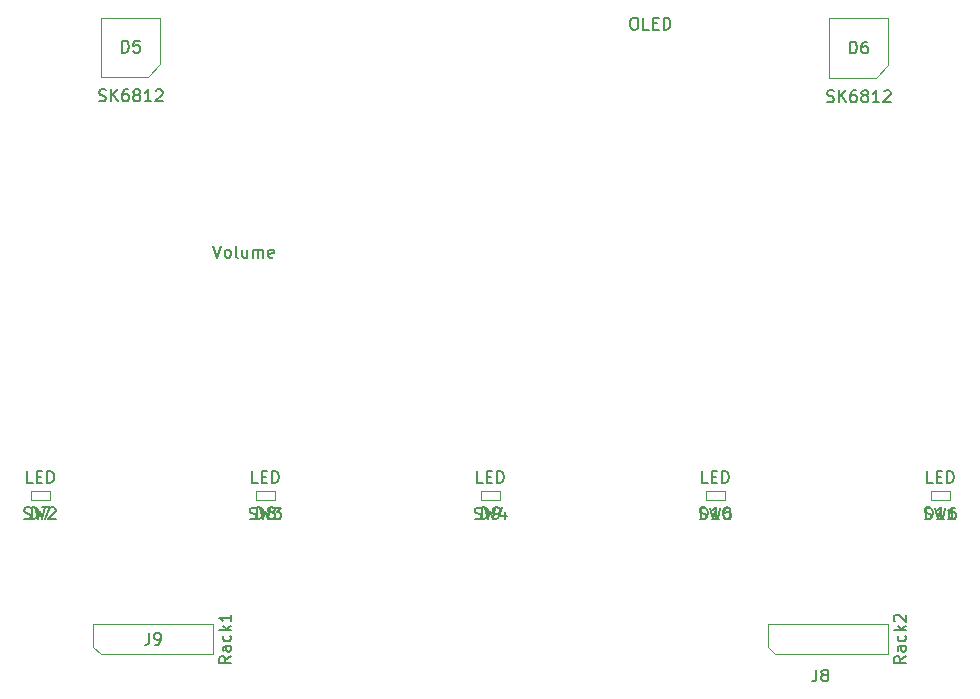
<source format=gbr>
G04 #@! TF.GenerationSoftware,KiCad,Pcbnew,(5.1.0)-1*
G04 #@! TF.CreationDate,2019-05-14T00:20:19-06:00*
G04 #@! TF.ProjectId,laser-theremin,6c617365-722d-4746-9865-72656d696e2e,rev?*
G04 #@! TF.SameCoordinates,Original*
G04 #@! TF.FileFunction,Other,Fab,Top*
%FSLAX46Y46*%
G04 Gerber Fmt 4.6, Leading zero omitted, Abs format (unit mm)*
G04 Created by KiCad (PCBNEW (5.1.0)-1) date 2019-05-14 00:20:19*
%MOMM*%
%LPD*%
G04 APERTURE LIST*
%ADD10C,0.100000*%
%ADD11C,0.150000*%
G04 APERTURE END LIST*
D10*
X118142400Y-73450000D02*
X114180000Y-73450000D01*
X114180000Y-73450000D02*
X114180000Y-68450000D01*
X119180000Y-68450000D02*
X119180000Y-72412400D01*
X114180000Y-68450000D02*
X119180000Y-68450000D01*
X119180000Y-72413040D02*
X118143040Y-73450000D01*
X180830000Y-72483040D02*
X179793040Y-73520000D01*
X175830000Y-68520000D02*
X180830000Y-68520000D01*
X180830000Y-68520000D02*
X180830000Y-72482400D01*
X175830000Y-73520000D02*
X175830000Y-68520000D01*
X179792400Y-73520000D02*
X175830000Y-73520000D01*
X109820000Y-108510000D02*
X109820000Y-109310000D01*
X108220000Y-108510000D02*
X109820000Y-108510000D01*
X108220000Y-109310000D02*
X108220000Y-108510000D01*
X109820000Y-109310000D02*
X108220000Y-109310000D01*
X128865000Y-109310000D02*
X127265000Y-109310000D01*
X127265000Y-109310000D02*
X127265000Y-108510000D01*
X127265000Y-108510000D02*
X128865000Y-108510000D01*
X128865000Y-108510000D02*
X128865000Y-109310000D01*
X147915000Y-108510000D02*
X147915000Y-109310000D01*
X146315000Y-108510000D02*
X147915000Y-108510000D01*
X146315000Y-109310000D02*
X146315000Y-108510000D01*
X147915000Y-109310000D02*
X146315000Y-109310000D01*
X166965000Y-109310000D02*
X165365000Y-109310000D01*
X165365000Y-109310000D02*
X165365000Y-108510000D01*
X165365000Y-108510000D02*
X166965000Y-108510000D01*
X166965000Y-108510000D02*
X166965000Y-109310000D01*
X186015000Y-109310000D02*
X184415000Y-109310000D01*
X184415000Y-109310000D02*
X184415000Y-108510000D01*
X184415000Y-108510000D02*
X186015000Y-108510000D01*
X186015000Y-108510000D02*
X186015000Y-109310000D01*
X170610000Y-121705000D02*
X170610000Y-119800000D01*
X170610000Y-119800000D02*
X180770000Y-119800000D01*
X180770000Y-119800000D02*
X180770000Y-122340000D01*
X180770000Y-122340000D02*
X171245000Y-122340000D01*
X171245000Y-122340000D02*
X170610000Y-121705000D01*
X114125000Y-122340000D02*
X113490000Y-121705000D01*
X123650000Y-122340000D02*
X114125000Y-122340000D01*
X123650000Y-119800000D02*
X123650000Y-122340000D01*
X113490000Y-119800000D02*
X123650000Y-119800000D01*
X113490000Y-121705000D02*
X113490000Y-119800000D01*
D11*
X107656666Y-110869761D02*
X107799523Y-110917380D01*
X108037619Y-110917380D01*
X108132857Y-110869761D01*
X108180476Y-110822142D01*
X108228095Y-110726904D01*
X108228095Y-110631666D01*
X108180476Y-110536428D01*
X108132857Y-110488809D01*
X108037619Y-110441190D01*
X107847142Y-110393571D01*
X107751904Y-110345952D01*
X107704285Y-110298333D01*
X107656666Y-110203095D01*
X107656666Y-110107857D01*
X107704285Y-110012619D01*
X107751904Y-109965000D01*
X107847142Y-109917380D01*
X108085238Y-109917380D01*
X108228095Y-109965000D01*
X108561428Y-109917380D02*
X108799523Y-110917380D01*
X108990000Y-110203095D01*
X109180476Y-110917380D01*
X109418571Y-109917380D01*
X109751904Y-110012619D02*
X109799523Y-109965000D01*
X109894761Y-109917380D01*
X110132857Y-109917380D01*
X110228095Y-109965000D01*
X110275714Y-110012619D01*
X110323333Y-110107857D01*
X110323333Y-110203095D01*
X110275714Y-110345952D01*
X109704285Y-110917380D01*
X110323333Y-110917380D01*
X126731666Y-110889761D02*
X126874523Y-110937380D01*
X127112619Y-110937380D01*
X127207857Y-110889761D01*
X127255476Y-110842142D01*
X127303095Y-110746904D01*
X127303095Y-110651666D01*
X127255476Y-110556428D01*
X127207857Y-110508809D01*
X127112619Y-110461190D01*
X126922142Y-110413571D01*
X126826904Y-110365952D01*
X126779285Y-110318333D01*
X126731666Y-110223095D01*
X126731666Y-110127857D01*
X126779285Y-110032619D01*
X126826904Y-109985000D01*
X126922142Y-109937380D01*
X127160238Y-109937380D01*
X127303095Y-109985000D01*
X127636428Y-109937380D02*
X127874523Y-110937380D01*
X128065000Y-110223095D01*
X128255476Y-110937380D01*
X128493571Y-109937380D01*
X128779285Y-109937380D02*
X129398333Y-109937380D01*
X129065000Y-110318333D01*
X129207857Y-110318333D01*
X129303095Y-110365952D01*
X129350714Y-110413571D01*
X129398333Y-110508809D01*
X129398333Y-110746904D01*
X129350714Y-110842142D01*
X129303095Y-110889761D01*
X129207857Y-110937380D01*
X128922142Y-110937380D01*
X128826904Y-110889761D01*
X128779285Y-110842142D01*
X145781666Y-110889761D02*
X145924523Y-110937380D01*
X146162619Y-110937380D01*
X146257857Y-110889761D01*
X146305476Y-110842142D01*
X146353095Y-110746904D01*
X146353095Y-110651666D01*
X146305476Y-110556428D01*
X146257857Y-110508809D01*
X146162619Y-110461190D01*
X145972142Y-110413571D01*
X145876904Y-110365952D01*
X145829285Y-110318333D01*
X145781666Y-110223095D01*
X145781666Y-110127857D01*
X145829285Y-110032619D01*
X145876904Y-109985000D01*
X145972142Y-109937380D01*
X146210238Y-109937380D01*
X146353095Y-109985000D01*
X146686428Y-109937380D02*
X146924523Y-110937380D01*
X147115000Y-110223095D01*
X147305476Y-110937380D01*
X147543571Y-109937380D01*
X148353095Y-110270714D02*
X148353095Y-110937380D01*
X148115000Y-109889761D02*
X147876904Y-110604047D01*
X148495952Y-110604047D01*
X164831666Y-110889761D02*
X164974523Y-110937380D01*
X165212619Y-110937380D01*
X165307857Y-110889761D01*
X165355476Y-110842142D01*
X165403095Y-110746904D01*
X165403095Y-110651666D01*
X165355476Y-110556428D01*
X165307857Y-110508809D01*
X165212619Y-110461190D01*
X165022142Y-110413571D01*
X164926904Y-110365952D01*
X164879285Y-110318333D01*
X164831666Y-110223095D01*
X164831666Y-110127857D01*
X164879285Y-110032619D01*
X164926904Y-109985000D01*
X165022142Y-109937380D01*
X165260238Y-109937380D01*
X165403095Y-109985000D01*
X165736428Y-109937380D02*
X165974523Y-110937380D01*
X166165000Y-110223095D01*
X166355476Y-110937380D01*
X166593571Y-109937380D01*
X167450714Y-109937380D02*
X166974523Y-109937380D01*
X166926904Y-110413571D01*
X166974523Y-110365952D01*
X167069761Y-110318333D01*
X167307857Y-110318333D01*
X167403095Y-110365952D01*
X167450714Y-110413571D01*
X167498333Y-110508809D01*
X167498333Y-110746904D01*
X167450714Y-110842142D01*
X167403095Y-110889761D01*
X167307857Y-110937380D01*
X167069761Y-110937380D01*
X166974523Y-110889761D01*
X166926904Y-110842142D01*
X183881666Y-110889761D02*
X184024523Y-110937380D01*
X184262619Y-110937380D01*
X184357857Y-110889761D01*
X184405476Y-110842142D01*
X184453095Y-110746904D01*
X184453095Y-110651666D01*
X184405476Y-110556428D01*
X184357857Y-110508809D01*
X184262619Y-110461190D01*
X184072142Y-110413571D01*
X183976904Y-110365952D01*
X183929285Y-110318333D01*
X183881666Y-110223095D01*
X183881666Y-110127857D01*
X183929285Y-110032619D01*
X183976904Y-109985000D01*
X184072142Y-109937380D01*
X184310238Y-109937380D01*
X184453095Y-109985000D01*
X184786428Y-109937380D02*
X185024523Y-110937380D01*
X185215000Y-110223095D01*
X185405476Y-110937380D01*
X185643571Y-109937380D01*
X186453095Y-109937380D02*
X186262619Y-109937380D01*
X186167380Y-109985000D01*
X186119761Y-110032619D01*
X186024523Y-110175476D01*
X185976904Y-110365952D01*
X185976904Y-110746904D01*
X186024523Y-110842142D01*
X186072142Y-110889761D01*
X186167380Y-110937380D01*
X186357857Y-110937380D01*
X186453095Y-110889761D01*
X186500714Y-110842142D01*
X186548333Y-110746904D01*
X186548333Y-110508809D01*
X186500714Y-110413571D01*
X186453095Y-110365952D01*
X186357857Y-110318333D01*
X186167380Y-110318333D01*
X186072142Y-110365952D01*
X186024523Y-110413571D01*
X185976904Y-110508809D01*
X123674761Y-87762380D02*
X124008095Y-88762380D01*
X124341428Y-87762380D01*
X124817619Y-88762380D02*
X124722380Y-88714761D01*
X124674761Y-88667142D01*
X124627142Y-88571904D01*
X124627142Y-88286190D01*
X124674761Y-88190952D01*
X124722380Y-88143333D01*
X124817619Y-88095714D01*
X124960476Y-88095714D01*
X125055714Y-88143333D01*
X125103333Y-88190952D01*
X125150952Y-88286190D01*
X125150952Y-88571904D01*
X125103333Y-88667142D01*
X125055714Y-88714761D01*
X124960476Y-88762380D01*
X124817619Y-88762380D01*
X125722380Y-88762380D02*
X125627142Y-88714761D01*
X125579523Y-88619523D01*
X125579523Y-87762380D01*
X126531904Y-88095714D02*
X126531904Y-88762380D01*
X126103333Y-88095714D02*
X126103333Y-88619523D01*
X126150952Y-88714761D01*
X126246190Y-88762380D01*
X126389047Y-88762380D01*
X126484285Y-88714761D01*
X126531904Y-88667142D01*
X127008095Y-88762380D02*
X127008095Y-88095714D01*
X127008095Y-88190952D02*
X127055714Y-88143333D01*
X127150952Y-88095714D01*
X127293809Y-88095714D01*
X127389047Y-88143333D01*
X127436666Y-88238571D01*
X127436666Y-88762380D01*
X127436666Y-88238571D02*
X127484285Y-88143333D01*
X127579523Y-88095714D01*
X127722380Y-88095714D01*
X127817619Y-88143333D01*
X127865238Y-88238571D01*
X127865238Y-88762380D01*
X128722380Y-88714761D02*
X128627142Y-88762380D01*
X128436666Y-88762380D01*
X128341428Y-88714761D01*
X128293809Y-88619523D01*
X128293809Y-88238571D01*
X128341428Y-88143333D01*
X128436666Y-88095714D01*
X128627142Y-88095714D01*
X128722380Y-88143333D01*
X128770000Y-88238571D01*
X128770000Y-88333809D01*
X128293809Y-88429047D01*
X113989523Y-75479761D02*
X114132380Y-75527380D01*
X114370476Y-75527380D01*
X114465714Y-75479761D01*
X114513333Y-75432142D01*
X114560952Y-75336904D01*
X114560952Y-75241666D01*
X114513333Y-75146428D01*
X114465714Y-75098809D01*
X114370476Y-75051190D01*
X114180000Y-75003571D01*
X114084761Y-74955952D01*
X114037142Y-74908333D01*
X113989523Y-74813095D01*
X113989523Y-74717857D01*
X114037142Y-74622619D01*
X114084761Y-74575000D01*
X114180000Y-74527380D01*
X114418095Y-74527380D01*
X114560952Y-74575000D01*
X114989523Y-75527380D02*
X114989523Y-74527380D01*
X115560952Y-75527380D02*
X115132380Y-74955952D01*
X115560952Y-74527380D02*
X114989523Y-75098809D01*
X116418095Y-74527380D02*
X116227619Y-74527380D01*
X116132380Y-74575000D01*
X116084761Y-74622619D01*
X115989523Y-74765476D01*
X115941904Y-74955952D01*
X115941904Y-75336904D01*
X115989523Y-75432142D01*
X116037142Y-75479761D01*
X116132380Y-75527380D01*
X116322857Y-75527380D01*
X116418095Y-75479761D01*
X116465714Y-75432142D01*
X116513333Y-75336904D01*
X116513333Y-75098809D01*
X116465714Y-75003571D01*
X116418095Y-74955952D01*
X116322857Y-74908333D01*
X116132380Y-74908333D01*
X116037142Y-74955952D01*
X115989523Y-75003571D01*
X115941904Y-75098809D01*
X117084761Y-74955952D02*
X116989523Y-74908333D01*
X116941904Y-74860714D01*
X116894285Y-74765476D01*
X116894285Y-74717857D01*
X116941904Y-74622619D01*
X116989523Y-74575000D01*
X117084761Y-74527380D01*
X117275238Y-74527380D01*
X117370476Y-74575000D01*
X117418095Y-74622619D01*
X117465714Y-74717857D01*
X117465714Y-74765476D01*
X117418095Y-74860714D01*
X117370476Y-74908333D01*
X117275238Y-74955952D01*
X117084761Y-74955952D01*
X116989523Y-75003571D01*
X116941904Y-75051190D01*
X116894285Y-75146428D01*
X116894285Y-75336904D01*
X116941904Y-75432142D01*
X116989523Y-75479761D01*
X117084761Y-75527380D01*
X117275238Y-75527380D01*
X117370476Y-75479761D01*
X117418095Y-75432142D01*
X117465714Y-75336904D01*
X117465714Y-75146428D01*
X117418095Y-75051190D01*
X117370476Y-75003571D01*
X117275238Y-74955952D01*
X118418095Y-75527380D02*
X117846666Y-75527380D01*
X118132380Y-75527380D02*
X118132380Y-74527380D01*
X118037142Y-74670238D01*
X117941904Y-74765476D01*
X117846666Y-74813095D01*
X118799047Y-74622619D02*
X118846666Y-74575000D01*
X118941904Y-74527380D01*
X119180000Y-74527380D01*
X119275238Y-74575000D01*
X119322857Y-74622619D01*
X119370476Y-74717857D01*
X119370476Y-74813095D01*
X119322857Y-74955952D01*
X118751428Y-75527380D01*
X119370476Y-75527380D01*
X115941904Y-71402380D02*
X115941904Y-70402380D01*
X116180000Y-70402380D01*
X116322857Y-70450000D01*
X116418095Y-70545238D01*
X116465714Y-70640476D01*
X116513333Y-70830952D01*
X116513333Y-70973809D01*
X116465714Y-71164285D01*
X116418095Y-71259523D01*
X116322857Y-71354761D01*
X116180000Y-71402380D01*
X115941904Y-71402380D01*
X117418095Y-70402380D02*
X116941904Y-70402380D01*
X116894285Y-70878571D01*
X116941904Y-70830952D01*
X117037142Y-70783333D01*
X117275238Y-70783333D01*
X117370476Y-70830952D01*
X117418095Y-70878571D01*
X117465714Y-70973809D01*
X117465714Y-71211904D01*
X117418095Y-71307142D01*
X117370476Y-71354761D01*
X117275238Y-71402380D01*
X117037142Y-71402380D01*
X116941904Y-71354761D01*
X116894285Y-71307142D01*
X175639523Y-75549761D02*
X175782380Y-75597380D01*
X176020476Y-75597380D01*
X176115714Y-75549761D01*
X176163333Y-75502142D01*
X176210952Y-75406904D01*
X176210952Y-75311666D01*
X176163333Y-75216428D01*
X176115714Y-75168809D01*
X176020476Y-75121190D01*
X175830000Y-75073571D01*
X175734761Y-75025952D01*
X175687142Y-74978333D01*
X175639523Y-74883095D01*
X175639523Y-74787857D01*
X175687142Y-74692619D01*
X175734761Y-74645000D01*
X175830000Y-74597380D01*
X176068095Y-74597380D01*
X176210952Y-74645000D01*
X176639523Y-75597380D02*
X176639523Y-74597380D01*
X177210952Y-75597380D02*
X176782380Y-75025952D01*
X177210952Y-74597380D02*
X176639523Y-75168809D01*
X178068095Y-74597380D02*
X177877619Y-74597380D01*
X177782380Y-74645000D01*
X177734761Y-74692619D01*
X177639523Y-74835476D01*
X177591904Y-75025952D01*
X177591904Y-75406904D01*
X177639523Y-75502142D01*
X177687142Y-75549761D01*
X177782380Y-75597380D01*
X177972857Y-75597380D01*
X178068095Y-75549761D01*
X178115714Y-75502142D01*
X178163333Y-75406904D01*
X178163333Y-75168809D01*
X178115714Y-75073571D01*
X178068095Y-75025952D01*
X177972857Y-74978333D01*
X177782380Y-74978333D01*
X177687142Y-75025952D01*
X177639523Y-75073571D01*
X177591904Y-75168809D01*
X178734761Y-75025952D02*
X178639523Y-74978333D01*
X178591904Y-74930714D01*
X178544285Y-74835476D01*
X178544285Y-74787857D01*
X178591904Y-74692619D01*
X178639523Y-74645000D01*
X178734761Y-74597380D01*
X178925238Y-74597380D01*
X179020476Y-74645000D01*
X179068095Y-74692619D01*
X179115714Y-74787857D01*
X179115714Y-74835476D01*
X179068095Y-74930714D01*
X179020476Y-74978333D01*
X178925238Y-75025952D01*
X178734761Y-75025952D01*
X178639523Y-75073571D01*
X178591904Y-75121190D01*
X178544285Y-75216428D01*
X178544285Y-75406904D01*
X178591904Y-75502142D01*
X178639523Y-75549761D01*
X178734761Y-75597380D01*
X178925238Y-75597380D01*
X179020476Y-75549761D01*
X179068095Y-75502142D01*
X179115714Y-75406904D01*
X179115714Y-75216428D01*
X179068095Y-75121190D01*
X179020476Y-75073571D01*
X178925238Y-75025952D01*
X180068095Y-75597380D02*
X179496666Y-75597380D01*
X179782380Y-75597380D02*
X179782380Y-74597380D01*
X179687142Y-74740238D01*
X179591904Y-74835476D01*
X179496666Y-74883095D01*
X180449047Y-74692619D02*
X180496666Y-74645000D01*
X180591904Y-74597380D01*
X180830000Y-74597380D01*
X180925238Y-74645000D01*
X180972857Y-74692619D01*
X181020476Y-74787857D01*
X181020476Y-74883095D01*
X180972857Y-75025952D01*
X180401428Y-75597380D01*
X181020476Y-75597380D01*
X177591904Y-71472380D02*
X177591904Y-70472380D01*
X177830000Y-70472380D01*
X177972857Y-70520000D01*
X178068095Y-70615238D01*
X178115714Y-70710476D01*
X178163333Y-70900952D01*
X178163333Y-71043809D01*
X178115714Y-71234285D01*
X178068095Y-71329523D01*
X177972857Y-71424761D01*
X177830000Y-71472380D01*
X177591904Y-71472380D01*
X179020476Y-70472380D02*
X178830000Y-70472380D01*
X178734761Y-70520000D01*
X178687142Y-70567619D01*
X178591904Y-70710476D01*
X178544285Y-70900952D01*
X178544285Y-71281904D01*
X178591904Y-71377142D01*
X178639523Y-71424761D01*
X178734761Y-71472380D01*
X178925238Y-71472380D01*
X179020476Y-71424761D01*
X179068095Y-71377142D01*
X179115714Y-71281904D01*
X179115714Y-71043809D01*
X179068095Y-70948571D01*
X179020476Y-70900952D01*
X178925238Y-70853333D01*
X178734761Y-70853333D01*
X178639523Y-70900952D01*
X178591904Y-70948571D01*
X178544285Y-71043809D01*
X108377142Y-107838380D02*
X107900952Y-107838380D01*
X107900952Y-106838380D01*
X108710476Y-107314571D02*
X109043809Y-107314571D01*
X109186666Y-107838380D02*
X108710476Y-107838380D01*
X108710476Y-106838380D01*
X109186666Y-106838380D01*
X109615238Y-107838380D02*
X109615238Y-106838380D01*
X109853333Y-106838380D01*
X109996190Y-106886000D01*
X110091428Y-106981238D01*
X110139047Y-107076476D01*
X110186666Y-107266952D01*
X110186666Y-107409809D01*
X110139047Y-107600285D01*
X110091428Y-107695523D01*
X109996190Y-107790761D01*
X109853333Y-107838380D01*
X109615238Y-107838380D01*
X108281904Y-110887380D02*
X108281904Y-109887380D01*
X108520000Y-109887380D01*
X108662857Y-109935000D01*
X108758095Y-110030238D01*
X108805714Y-110125476D01*
X108853333Y-110315952D01*
X108853333Y-110458809D01*
X108805714Y-110649285D01*
X108758095Y-110744523D01*
X108662857Y-110839761D01*
X108520000Y-110887380D01*
X108281904Y-110887380D01*
X109186666Y-109887380D02*
X109853333Y-109887380D01*
X109424761Y-110887380D01*
X127422142Y-107838380D02*
X126945952Y-107838380D01*
X126945952Y-106838380D01*
X127755476Y-107314571D02*
X128088809Y-107314571D01*
X128231666Y-107838380D02*
X127755476Y-107838380D01*
X127755476Y-106838380D01*
X128231666Y-106838380D01*
X128660238Y-107838380D02*
X128660238Y-106838380D01*
X128898333Y-106838380D01*
X129041190Y-106886000D01*
X129136428Y-106981238D01*
X129184047Y-107076476D01*
X129231666Y-107266952D01*
X129231666Y-107409809D01*
X129184047Y-107600285D01*
X129136428Y-107695523D01*
X129041190Y-107790761D01*
X128898333Y-107838380D01*
X128660238Y-107838380D01*
X127326904Y-110887380D02*
X127326904Y-109887380D01*
X127565000Y-109887380D01*
X127707857Y-109935000D01*
X127803095Y-110030238D01*
X127850714Y-110125476D01*
X127898333Y-110315952D01*
X127898333Y-110458809D01*
X127850714Y-110649285D01*
X127803095Y-110744523D01*
X127707857Y-110839761D01*
X127565000Y-110887380D01*
X127326904Y-110887380D01*
X128469761Y-110315952D02*
X128374523Y-110268333D01*
X128326904Y-110220714D01*
X128279285Y-110125476D01*
X128279285Y-110077857D01*
X128326904Y-109982619D01*
X128374523Y-109935000D01*
X128469761Y-109887380D01*
X128660238Y-109887380D01*
X128755476Y-109935000D01*
X128803095Y-109982619D01*
X128850714Y-110077857D01*
X128850714Y-110125476D01*
X128803095Y-110220714D01*
X128755476Y-110268333D01*
X128660238Y-110315952D01*
X128469761Y-110315952D01*
X128374523Y-110363571D01*
X128326904Y-110411190D01*
X128279285Y-110506428D01*
X128279285Y-110696904D01*
X128326904Y-110792142D01*
X128374523Y-110839761D01*
X128469761Y-110887380D01*
X128660238Y-110887380D01*
X128755476Y-110839761D01*
X128803095Y-110792142D01*
X128850714Y-110696904D01*
X128850714Y-110506428D01*
X128803095Y-110411190D01*
X128755476Y-110363571D01*
X128660238Y-110315952D01*
X146472142Y-107838380D02*
X145995952Y-107838380D01*
X145995952Y-106838380D01*
X146805476Y-107314571D02*
X147138809Y-107314571D01*
X147281666Y-107838380D02*
X146805476Y-107838380D01*
X146805476Y-106838380D01*
X147281666Y-106838380D01*
X147710238Y-107838380D02*
X147710238Y-106838380D01*
X147948333Y-106838380D01*
X148091190Y-106886000D01*
X148186428Y-106981238D01*
X148234047Y-107076476D01*
X148281666Y-107266952D01*
X148281666Y-107409809D01*
X148234047Y-107600285D01*
X148186428Y-107695523D01*
X148091190Y-107790761D01*
X147948333Y-107838380D01*
X147710238Y-107838380D01*
X146376904Y-110887380D02*
X146376904Y-109887380D01*
X146615000Y-109887380D01*
X146757857Y-109935000D01*
X146853095Y-110030238D01*
X146900714Y-110125476D01*
X146948333Y-110315952D01*
X146948333Y-110458809D01*
X146900714Y-110649285D01*
X146853095Y-110744523D01*
X146757857Y-110839761D01*
X146615000Y-110887380D01*
X146376904Y-110887380D01*
X147424523Y-110887380D02*
X147615000Y-110887380D01*
X147710238Y-110839761D01*
X147757857Y-110792142D01*
X147853095Y-110649285D01*
X147900714Y-110458809D01*
X147900714Y-110077857D01*
X147853095Y-109982619D01*
X147805476Y-109935000D01*
X147710238Y-109887380D01*
X147519761Y-109887380D01*
X147424523Y-109935000D01*
X147376904Y-109982619D01*
X147329285Y-110077857D01*
X147329285Y-110315952D01*
X147376904Y-110411190D01*
X147424523Y-110458809D01*
X147519761Y-110506428D01*
X147710238Y-110506428D01*
X147805476Y-110458809D01*
X147853095Y-110411190D01*
X147900714Y-110315952D01*
X165522142Y-107838380D02*
X165045952Y-107838380D01*
X165045952Y-106838380D01*
X165855476Y-107314571D02*
X166188809Y-107314571D01*
X166331666Y-107838380D02*
X165855476Y-107838380D01*
X165855476Y-106838380D01*
X166331666Y-106838380D01*
X166760238Y-107838380D02*
X166760238Y-106838380D01*
X166998333Y-106838380D01*
X167141190Y-106886000D01*
X167236428Y-106981238D01*
X167284047Y-107076476D01*
X167331666Y-107266952D01*
X167331666Y-107409809D01*
X167284047Y-107600285D01*
X167236428Y-107695523D01*
X167141190Y-107790761D01*
X166998333Y-107838380D01*
X166760238Y-107838380D01*
X164950714Y-110887380D02*
X164950714Y-109887380D01*
X165188809Y-109887380D01*
X165331666Y-109935000D01*
X165426904Y-110030238D01*
X165474523Y-110125476D01*
X165522142Y-110315952D01*
X165522142Y-110458809D01*
X165474523Y-110649285D01*
X165426904Y-110744523D01*
X165331666Y-110839761D01*
X165188809Y-110887380D01*
X164950714Y-110887380D01*
X166474523Y-110887380D02*
X165903095Y-110887380D01*
X166188809Y-110887380D02*
X166188809Y-109887380D01*
X166093571Y-110030238D01*
X165998333Y-110125476D01*
X165903095Y-110173095D01*
X167093571Y-109887380D02*
X167188809Y-109887380D01*
X167284047Y-109935000D01*
X167331666Y-109982619D01*
X167379285Y-110077857D01*
X167426904Y-110268333D01*
X167426904Y-110506428D01*
X167379285Y-110696904D01*
X167331666Y-110792142D01*
X167284047Y-110839761D01*
X167188809Y-110887380D01*
X167093571Y-110887380D01*
X166998333Y-110839761D01*
X166950714Y-110792142D01*
X166903095Y-110696904D01*
X166855476Y-110506428D01*
X166855476Y-110268333D01*
X166903095Y-110077857D01*
X166950714Y-109982619D01*
X166998333Y-109935000D01*
X167093571Y-109887380D01*
X184572142Y-107838380D02*
X184095952Y-107838380D01*
X184095952Y-106838380D01*
X184905476Y-107314571D02*
X185238809Y-107314571D01*
X185381666Y-107838380D02*
X184905476Y-107838380D01*
X184905476Y-106838380D01*
X185381666Y-106838380D01*
X185810238Y-107838380D02*
X185810238Y-106838380D01*
X186048333Y-106838380D01*
X186191190Y-106886000D01*
X186286428Y-106981238D01*
X186334047Y-107076476D01*
X186381666Y-107266952D01*
X186381666Y-107409809D01*
X186334047Y-107600285D01*
X186286428Y-107695523D01*
X186191190Y-107790761D01*
X186048333Y-107838380D01*
X185810238Y-107838380D01*
X184000714Y-110887380D02*
X184000714Y-109887380D01*
X184238809Y-109887380D01*
X184381666Y-109935000D01*
X184476904Y-110030238D01*
X184524523Y-110125476D01*
X184572142Y-110315952D01*
X184572142Y-110458809D01*
X184524523Y-110649285D01*
X184476904Y-110744523D01*
X184381666Y-110839761D01*
X184238809Y-110887380D01*
X184000714Y-110887380D01*
X185524523Y-110887380D02*
X184953095Y-110887380D01*
X185238809Y-110887380D02*
X185238809Y-109887380D01*
X185143571Y-110030238D01*
X185048333Y-110125476D01*
X184953095Y-110173095D01*
X186476904Y-110887380D02*
X185905476Y-110887380D01*
X186191190Y-110887380D02*
X186191190Y-109887380D01*
X186095952Y-110030238D01*
X186000714Y-110125476D01*
X185905476Y-110173095D01*
X159217619Y-68462380D02*
X159408095Y-68462380D01*
X159503333Y-68510000D01*
X159598571Y-68605238D01*
X159646190Y-68795714D01*
X159646190Y-69129047D01*
X159598571Y-69319523D01*
X159503333Y-69414761D01*
X159408095Y-69462380D01*
X159217619Y-69462380D01*
X159122380Y-69414761D01*
X159027142Y-69319523D01*
X158979523Y-69129047D01*
X158979523Y-68795714D01*
X159027142Y-68605238D01*
X159122380Y-68510000D01*
X159217619Y-68462380D01*
X160550952Y-69462380D02*
X160074761Y-69462380D01*
X160074761Y-68462380D01*
X160884285Y-68938571D02*
X161217619Y-68938571D01*
X161360476Y-69462380D02*
X160884285Y-69462380D01*
X160884285Y-68462380D01*
X161360476Y-68462380D01*
X161789047Y-69462380D02*
X161789047Y-68462380D01*
X162027142Y-68462380D01*
X162170000Y-68510000D01*
X162265238Y-68605238D01*
X162312857Y-68700476D01*
X162360476Y-68890952D01*
X162360476Y-69033809D01*
X162312857Y-69224285D01*
X162265238Y-69319523D01*
X162170000Y-69414761D01*
X162027142Y-69462380D01*
X161789047Y-69462380D01*
X182282380Y-122522380D02*
X181806190Y-122855714D01*
X182282380Y-123093809D02*
X181282380Y-123093809D01*
X181282380Y-122712857D01*
X181330000Y-122617619D01*
X181377619Y-122570000D01*
X181472857Y-122522380D01*
X181615714Y-122522380D01*
X181710952Y-122570000D01*
X181758571Y-122617619D01*
X181806190Y-122712857D01*
X181806190Y-123093809D01*
X182282380Y-121665238D02*
X181758571Y-121665238D01*
X181663333Y-121712857D01*
X181615714Y-121808095D01*
X181615714Y-121998571D01*
X181663333Y-122093809D01*
X182234761Y-121665238D02*
X182282380Y-121760476D01*
X182282380Y-121998571D01*
X182234761Y-122093809D01*
X182139523Y-122141428D01*
X182044285Y-122141428D01*
X181949047Y-122093809D01*
X181901428Y-121998571D01*
X181901428Y-121760476D01*
X181853809Y-121665238D01*
X182234761Y-120760476D02*
X182282380Y-120855714D01*
X182282380Y-121046190D01*
X182234761Y-121141428D01*
X182187142Y-121189047D01*
X182091904Y-121236666D01*
X181806190Y-121236666D01*
X181710952Y-121189047D01*
X181663333Y-121141428D01*
X181615714Y-121046190D01*
X181615714Y-120855714D01*
X181663333Y-120760476D01*
X182282380Y-120331904D02*
X181282380Y-120331904D01*
X181901428Y-120236666D02*
X182282380Y-119950952D01*
X181615714Y-119950952D02*
X181996666Y-120331904D01*
X181377619Y-119570000D02*
X181330000Y-119522380D01*
X181282380Y-119427142D01*
X181282380Y-119189047D01*
X181330000Y-119093809D01*
X181377619Y-119046190D01*
X181472857Y-118998571D01*
X181568095Y-118998571D01*
X181710952Y-119046190D01*
X182282380Y-119617619D01*
X182282380Y-118998571D01*
X174726666Y-123652380D02*
X174726666Y-124366666D01*
X174679047Y-124509523D01*
X174583809Y-124604761D01*
X174440952Y-124652380D01*
X174345714Y-124652380D01*
X175345714Y-124080952D02*
X175250476Y-124033333D01*
X175202857Y-123985714D01*
X175155238Y-123890476D01*
X175155238Y-123842857D01*
X175202857Y-123747619D01*
X175250476Y-123700000D01*
X175345714Y-123652380D01*
X175536190Y-123652380D01*
X175631428Y-123700000D01*
X175679047Y-123747619D01*
X175726666Y-123842857D01*
X175726666Y-123890476D01*
X175679047Y-123985714D01*
X175631428Y-124033333D01*
X175536190Y-124080952D01*
X175345714Y-124080952D01*
X175250476Y-124128571D01*
X175202857Y-124176190D01*
X175155238Y-124271428D01*
X175155238Y-124461904D01*
X175202857Y-124557142D01*
X175250476Y-124604761D01*
X175345714Y-124652380D01*
X175536190Y-124652380D01*
X175631428Y-124604761D01*
X175679047Y-124557142D01*
X175726666Y-124461904D01*
X175726666Y-124271428D01*
X175679047Y-124176190D01*
X175631428Y-124128571D01*
X175536190Y-124080952D01*
X125162380Y-122522380D02*
X124686190Y-122855714D01*
X125162380Y-123093809D02*
X124162380Y-123093809D01*
X124162380Y-122712857D01*
X124210000Y-122617619D01*
X124257619Y-122570000D01*
X124352857Y-122522380D01*
X124495714Y-122522380D01*
X124590952Y-122570000D01*
X124638571Y-122617619D01*
X124686190Y-122712857D01*
X124686190Y-123093809D01*
X125162380Y-121665238D02*
X124638571Y-121665238D01*
X124543333Y-121712857D01*
X124495714Y-121808095D01*
X124495714Y-121998571D01*
X124543333Y-122093809D01*
X125114761Y-121665238D02*
X125162380Y-121760476D01*
X125162380Y-121998571D01*
X125114761Y-122093809D01*
X125019523Y-122141428D01*
X124924285Y-122141428D01*
X124829047Y-122093809D01*
X124781428Y-121998571D01*
X124781428Y-121760476D01*
X124733809Y-121665238D01*
X125114761Y-120760476D02*
X125162380Y-120855714D01*
X125162380Y-121046190D01*
X125114761Y-121141428D01*
X125067142Y-121189047D01*
X124971904Y-121236666D01*
X124686190Y-121236666D01*
X124590952Y-121189047D01*
X124543333Y-121141428D01*
X124495714Y-121046190D01*
X124495714Y-120855714D01*
X124543333Y-120760476D01*
X125162380Y-120331904D02*
X124162380Y-120331904D01*
X124781428Y-120236666D02*
X125162380Y-119950952D01*
X124495714Y-119950952D02*
X124876666Y-120331904D01*
X125162380Y-118998571D02*
X125162380Y-119570000D01*
X125162380Y-119284285D02*
X124162380Y-119284285D01*
X124305238Y-119379523D01*
X124400476Y-119474761D01*
X124448095Y-119570000D01*
X118236666Y-120522380D02*
X118236666Y-121236666D01*
X118189047Y-121379523D01*
X118093809Y-121474761D01*
X117950952Y-121522380D01*
X117855714Y-121522380D01*
X118760476Y-121522380D02*
X118950952Y-121522380D01*
X119046190Y-121474761D01*
X119093809Y-121427142D01*
X119189047Y-121284285D01*
X119236666Y-121093809D01*
X119236666Y-120712857D01*
X119189047Y-120617619D01*
X119141428Y-120570000D01*
X119046190Y-120522380D01*
X118855714Y-120522380D01*
X118760476Y-120570000D01*
X118712857Y-120617619D01*
X118665238Y-120712857D01*
X118665238Y-120950952D01*
X118712857Y-121046190D01*
X118760476Y-121093809D01*
X118855714Y-121141428D01*
X119046190Y-121141428D01*
X119141428Y-121093809D01*
X119189047Y-121046190D01*
X119236666Y-120950952D01*
M02*

</source>
